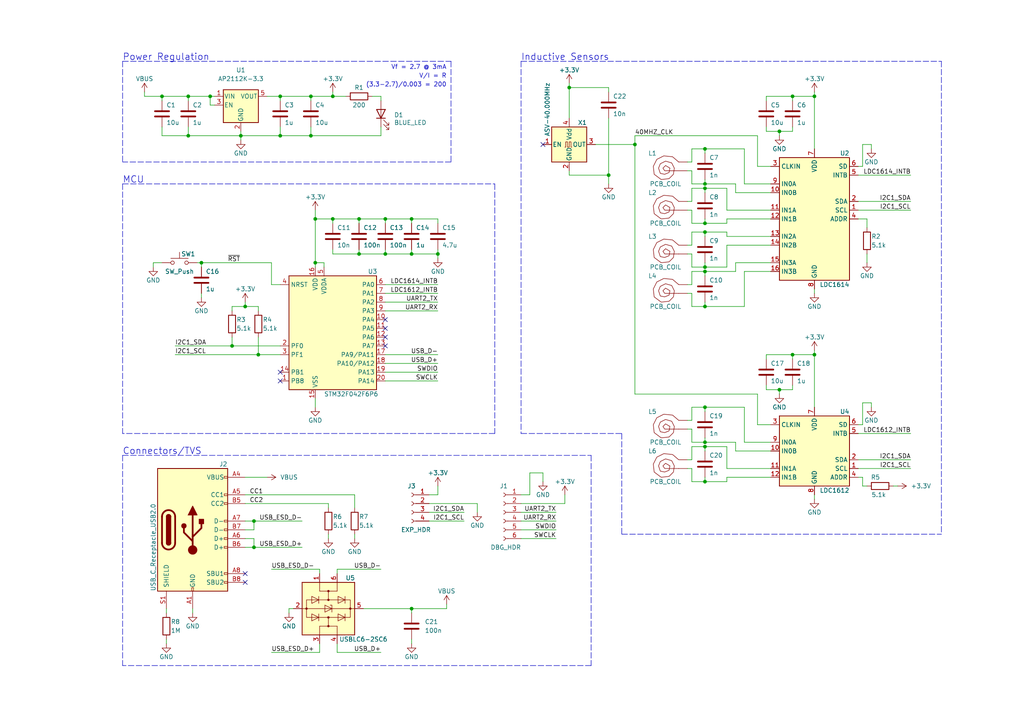
<source format=kicad_sch>
(kicad_sch (version 20211123) (generator eeschema)
  (paper "A4")
  (title_block (title "Open Source 3D Mouse") (date "2022-10-22") (rev "0") (company "Colton Baldridge"))
  (lib_symbols
    (symbol "Coil_Library:PCB_COIL" (pin_numbers hide) (pin_names hide)
      (property "Reference" "L" (at 0 5.08 0))
      (property "Value" "PCB_COIL" (at 0 -6.35 0))
      (symbol "PCB_COIL_1_1"
        (pin input line (at 5.08 1.27 180) (length 2.54) (name "") (number "1"))
        (pin input line (at 5.08 -1.27 180) (length 2.54) (name "") (number "2"))
      )
    )
    (symbol "Connector:Conn_01x04_Female" (pin_names (offset 1.016) hide)
      (property "Reference" "J" (at 0 5.08 0))
      (property "Value" "Conn_01x04_Female" (at 0 -7.62 0))
      (symbol "Conn_01x04_Female_1_1"
        (pin passive line (at -5.08 2.54 0) (length 3.81) (name "Pin_1") (number "1"))
        (pin passive line (at -5.08 0 0) (length 3.81) (name "Pin_2") (number "2"))
        (pin passive line (at -5.08 -2.54 0) (length 3.81) (name "Pin_3") (number "3"))
        (pin passive line (at -5.08 -5.08 0) (length 3.81) (name "Pin_4") (number "4"))
      )
    )
    (symbol "Connector:Conn_01x06_Female" (pin_names (offset 1.016) hide)
      (property "Reference" "J" (at 0 7.62 0))
      (property "Value" "Conn_01x06_Female" (at 0 -10.16 0))
      (symbol "Conn_01x06_Female_1_1"
        (pin passive line (at -5.08 5.08 0) (length 3.81) (name "Pin_1") (number "1"))
        (pin passive line (at -5.08 2.54 0) (length 3.81) (name "Pin_2") (number "2"))
        (pin passive line (at -5.08 0 0) (length 3.81) (name "Pin_3") (number "3"))
        (pin passive line (at -5.08 -2.54 0) (length 3.81) (name "Pin_4") (number "4"))
        (pin passive line (at -5.08 -5.08 0) (length 3.81) (name "Pin_5") (number "5"))
        (pin passive line (at -5.08 -7.62 0) (length 3.81) (name "Pin_6") (number "6"))
      )
    )
    (symbol "Connector:USB_C_Receptacle_USB2.0" (pin_names (offset 1.016))
      (property "Reference" "J" (at -10.16 19.05 0))
      (property "Value" "USB_C_Receptacle_USB2.0" (at 19.05 19.05 0))
      (symbol "USB_C_Receptacle_USB2.0_1_1"
        (pin passive line (at 0 -22.86 90) (length 5.08) (name "GND") (number "A1"))
        (pin passive line (at 0 -22.86 90) (length 5.08) hide (name "GND") (number "A12"))
        (pin passive line (at 15.24 15.24 180) (length 5.08) (name "VBUS") (number "A4"))
        (pin bidirectional line (at 15.24 10.16 180) (length 5.08) (name "CC1") (number "A5"))
        (pin bidirectional line (at 15.24 -2.54 180) (length 5.08) (name "D+") (number "A6"))
        (pin bidirectional line (at 15.24 2.54 180) (length 5.08) (name "D-") (number "A7"))
        (pin bidirectional line (at 15.24 -12.7 180) (length 5.08) (name "SBU1") (number "A8"))
        (pin passive line (at 15.24 15.24 180) (length 5.08) hide (name "VBUS") (number "A9"))
        (pin passive line (at 0 -22.86 90) (length 5.08) hide (name "GND") (number "B1"))
        (pin passive line (at 0 -22.86 90) (length 5.08) hide (name "GND") (number "B12"))
        (pin passive line (at 15.24 15.24 180) (length 5.08) hide (name "VBUS") (number "B4"))
        (pin bidirectional line (at 15.24 7.62 180) (length 5.08) (name "CC2") (number "B5"))
        (pin bidirectional line (at 15.24 -5.08 180) (length 5.08) (name "D+") (number "B6"))
        (pin bidirectional line (at 15.24 0 180) (length 5.08) (name "D-") (number "B7"))
        (pin bidirectional line (at 15.24 -15.24 180) (length 5.08) (name "SBU2") (number "B8"))
        (pin passive line (at 15.24 15.24 180) (length 5.08) hide (name "VBUS") (number "B9"))
        (pin passive line (at -7.62 -22.86 90) (length 5.08) (name "SHIELD") (number "S1"))
      )
    )
    (symbol "Device:C" (pin_numbers hide) (pin_names (offset 0.254))
      (property "Reference" "C" (at 0.635 2.54 0))
      (property "Value" "C" (at 0.635 -2.54 0))
      (symbol "C_1_1"
        (pin passive line (at 0 3.81 270) (length 2.794) (name "~") (number "1"))
        (pin passive line (at 0 -3.81 90) (length 2.794) (name "~") (number "2"))
      )
    )
    (symbol "Device:LED" (pin_numbers hide) (pin_names (offset 1.016) hide)
      (property "Reference" "D" (at 0 2.54 0))
      (property "Value" "LED" (at 0 -2.54 0))
      (symbol "LED_1_1"
        (pin passive line (at -3.81 0 0) (length 2.54) (name "K") (number "1"))
        (pin passive line (at 3.81 0 180) (length 2.54) (name "A") (number "2"))
      )
    )
    (symbol "Device:R" (pin_numbers hide) (pin_names (offset 0))
      (property "Reference" "R" (at 2.032 0 90))
      (property "Value" "R" (at 0 0 90))
      (symbol "R_1_1"
        (pin passive line (at 0 3.81 270) (length 1.27) (name "~") (number "1"))
        (pin passive line (at 0 -3.81 90) (length 1.27) (name "~") (number "2"))
      )
    )
    (symbol "MCU_ST_STM32F0:STM32F042F6Px"
      (property "Reference" "U" (at -12.7 16.51 0))
      (property "Value" "STM32F042F6Px" (at 0 16.51 0))
      (symbol "STM32F042F6Px_1_1"
        (pin bidirectional line (at -15.24 -15.24 0) (length 2.54) (name "PB8") (number "1"))
        (pin bidirectional line (at 15.24 2.54 180) (length 2.54) (name "PA4") (number "10"))
        (pin bidirectional line (at 15.24 0 180) (length 2.54) (name "PA5") (number "11"))
        (pin bidirectional line (at 15.24 -2.54 180) (length 2.54) (name "PA6") (number "12"))
        (pin bidirectional line (at 15.24 -5.08 180) (length 2.54) (name "PA7") (number "13"))
        (pin bidirectional line (at -15.24 -12.7 0) (length 2.54) (name "PB1") (number "14"))
        (pin power_in line (at -5.08 -20.32 90) (length 2.54) (name "VSS") (number "15"))
        (pin power_in line (at -5.08 17.78 270) (length 2.54) (name "VDD") (number "16"))
        (pin bidirectional line (at 15.24 -7.62 180) (length 2.54) (name "PA9/PA11") (number "17"))
        (pin bidirectional line (at 15.24 -10.16 180) (length 2.54) (name "PA10/PA12") (number "18"))
        (pin bidirectional line (at 15.24 -12.7 180) (length 2.54) (name "PA13") (number "19"))
        (pin input line (at -15.24 -5.08 0) (length 2.54) (name "PF0") (number "2"))
        (pin bidirectional line (at 15.24 -15.24 180) (length 2.54) (name "PA14") (number "20"))
        (pin input line (at -15.24 -7.62 0) (length 2.54) (name "PF1") (number "3"))
        (pin input line (at -15.24 12.7 0) (length 2.54) (name "NRST") (number "4"))
        (pin power_in line (at -2.54 17.78 270) (length 2.54) (name "VDDA") (number "5"))
        (pin bidirectional line (at 15.24 12.7 180) (length 2.54) (name "PA0") (number "6"))
        (pin bidirectional line (at 15.24 10.16 180) (length 2.54) (name "PA1") (number "7"))
        (pin bidirectional line (at 15.24 7.62 180) (length 2.54) (name "PA2") (number "8"))
        (pin bidirectional line (at 15.24 5.08 180) (length 2.54) (name "PA3") (number "9"))
      )
    )
    (symbol "Oscillator:ASV-xxxMHz" (pin_names (offset 0.254))
      (property "Reference" "X" (at -5.08 6.35 0))
      (property "Value" "ASV-xxxMHz" (at 1.27 -6.35 0))
      (symbol "ASV-xxxMHz_1_1"
        (pin input line (at -7.62 0 0) (length 2.54) (name "EN") (number "1"))
        (pin power_in line (at 0 -7.62 90) (length 2.54) (name "GND") (number "2"))
        (pin output line (at 7.62 0 180) (length 2.54) (name "OUT") (number "3"))
        (pin power_in line (at 0 7.62 270) (length 2.54) (name "Vdd") (number "4"))
      )
    )
    (symbol "PCB_COIL_1" (pin_numbers hide) (pin_names hide)
      (property "Reference" "L" (at 0 5.08 0))
      (property "Value" "PCB_COIL_1" (at 0 -6.35 0))
      (symbol "PCB_COIL_1_1_1"
        (pin input line (at 5.08 1.27 180) (length 2.54) (name "") (number "1"))
        (pin input line (at 5.08 -1.27 180) (length 2.54) (name "") (number "2"))
      )
    )
    (symbol "PCB_COIL_2" (pin_numbers hide) (pin_names hide)
      (property "Reference" "L" (at 0 5.08 0))
      (property "Value" "PCB_COIL_2" (at 0 -6.35 0))
      (symbol "PCB_COIL_2_1_1"
        (pin input line (at 5.08 1.27 180) (length 2.54) (name "") (number "1"))
        (pin input line (at 5.08 -1.27 180) (length 2.54) (name "") (number "2"))
      )
    )
    (symbol "PCB_COIL_3" (pin_numbers hide) (pin_names hide)
      (property "Reference" "L" (at 0 5.08 0))
      (property "Value" "PCB_COIL_3" (at 0 -6.35 0))
      (symbol "PCB_COIL_3_1_1"
        (pin input line (at 5.08 1.27 180) (length 2.54) (name "") (number "1"))
        (pin input line (at 5.08 -1.27 180) (length 2.54) (name "") (number "2"))
      )
    )
    (symbol "PCB_COIL_4" (pin_numbers hide) (pin_names hide)
      (property "Reference" "L" (at 0 5.08 0))
      (property "Value" "PCB_COIL_4" (at 0 -6.35 0))
      (symbol "PCB_COIL_4_1_1"
        (pin input line (at 5.08 1.27 180) (length 2.54) (name "") (number "1"))
        (pin input line (at 5.08 -1.27 180) (length 2.54) (name "") (number "2"))
      )
    )
    (symbol "PCB_COIL_5" (pin_numbers hide) (pin_names hide)
      (property "Reference" "L" (at 0 5.08 0))
      (property "Value" "PCB_COIL_5" (at 0 -6.35 0))
      (symbol "PCB_COIL_5_1_1"
        (pin input line (at 5.08 1.27 180) (length 2.54) (name "") (number "1"))
        (pin input line (at 5.08 -1.27 180) (length 2.54) (name "") (number "2"))
      )
    )
    (symbol "Power_Protection:USBLC6-2SC6" (pin_names hide)
      (property "Reference" "U" (at 2.54 8.89 0))
      (property "Value" "USBLC6-2SC6" (at 2.54 -8.89 0))
      (symbol "USBLC6-2SC6_1_1"
        (pin passive line (at -10.16 -2.54 0) (length 2.54) (name "I/O1") (number "1"))
        (pin passive line (at 0 -10.16 90) (length 2.54) (name "GND") (number "2"))
        (pin passive line (at 10.16 -2.54 180) (length 2.54) (name "I/O2") (number "3"))
        (pin passive line (at 10.16 2.54 180) (length 2.54) (name "I/O2") (number "4"))
        (pin passive line (at 0 10.16 270) (length 2.54) (name "VBUS") (number "5"))
        (pin passive line (at -10.16 2.54 0) (length 2.54) (name "I/O1") (number "6"))
      )
    )
    (symbol "Regulator_Linear:AP2112K-3.3" (pin_names (offset 0.254))
      (property "Reference" "U" (at -5.08 5.715 0))
      (property "Value" "AP2112K-3.3" (at 0 5.715 0))
      (symbol "AP2112K-3.3_1_1"
        (pin power_in line (at -7.62 2.54 0) (length 2.54) (name "VIN") (number "1"))
        (pin power_in line (at 0 -7.62 90) (length 2.54) (name "GND") (number "2"))
        (pin input line (at -7.62 0 0) (length 2.54) (name "EN") (number "3"))
        (pin no_connect line (at 5.08 0 180) (length 2.54) hide (name "NC") (number "4"))
        (pin power_out line (at 7.62 2.54 180) (length 2.54) (name "VOUT") (number "5"))
      )
    )
    (symbol "Sensor_Proximity:LDC1612"
      (property "Reference" "U" (at -8.89 11.43 0))
      (property "Value" "LDC1612" (at 6.35 11.43 0))
      (symbol "LDC1612_1_1"
        (pin input line (at 12.7 -5.08 180) (length 2.54) (name "SCL") (number "1"))
        (pin input line (at -12.7 0 0) (length 2.54) (name "IN0B") (number "10"))
        (pin input line (at -12.7 -5.08 0) (length 2.54) (name "IN1A") (number "11"))
        (pin input line (at -12.7 -7.62 0) (length 2.54) (name "IN1B") (number "12"))
        (pin passive line (at 0 -12.7 90) (length 2.54) hide (name "GND") (number "13"))
        (pin bidirectional line (at 12.7 -2.54 180) (length 2.54) (name "SDA") (number "2"))
        (pin input line (at -12.7 7.62 0) (length 2.54) (name "CLKIN") (number "3"))
        (pin input line (at 12.7 -7.62 180) (length 2.54) (name "ADDR") (number "4"))
        (pin open_collector line (at 12.7 5.08 180) (length 2.54) (name "INTB") (number "5"))
        (pin input line (at 12.7 7.62 180) (length 2.54) (name "SD") (number "6"))
        (pin power_in line (at 0 12.7 270) (length 2.54) (name "VDD") (number "7"))
        (pin power_in line (at 0 -12.7 90) (length 2.54) (name "GND") (number "8"))
        (pin input line (at -12.7 2.54 0) (length 2.54) (name "IN0A") (number "9"))
      )
    )
    (symbol "Sensor_Proximity:LDC1614"
      (property "Reference" "U" (at -8.89 19.05 0))
      (property "Value" "LDC1614" (at 6.35 19.05 0))
      (symbol "LDC1614_1_1"
        (pin input line (at 12.7 2.54 180) (length 2.54) (name "SCL") (number "1"))
        (pin input line (at -12.7 7.62 0) (length 2.54) (name "IN0B") (number "10"))
        (pin input line (at -12.7 2.54 0) (length 2.54) (name "IN1A") (number "11"))
        (pin input line (at -12.7 0 0) (length 2.54) (name "IN1B") (number "12"))
        (pin input line (at -12.7 -5.08 0) (length 2.54) (name "IN2A") (number "13"))
        (pin input line (at -12.7 -7.62 0) (length 2.54) (name "IN2B") (number "14"))
        (pin input line (at -12.7 -12.7 0) (length 2.54) (name "IN3A") (number "15"))
        (pin input line (at -12.7 -15.24 0) (length 2.54) (name "IN3B") (number "16"))
        (pin passive line (at 0 -20.32 90) (length 2.54) hide (name "GND") (number "17"))
        (pin bidirectional line (at 12.7 5.08 180) (length 2.54) (name "SDA") (number "2"))
        (pin input line (at -12.7 15.24 0) (length 2.54) (name "CLKIN") (number "3"))
        (pin input line (at 12.7 0 180) (length 2.54) (name "ADDR") (number "4"))
        (pin open_collector line (at 12.7 12.7 180) (length 2.54) (name "INTB") (number "5"))
        (pin input line (at 12.7 15.24 180) (length 2.54) (name "SD") (number "6"))
        (pin power_in line (at 0 20.32 270) (length 2.54) (name "VDD") (number "7"))
        (pin power_in line (at 0 -20.32 90) (length 2.54) (name "GND") (number "8"))
        (pin input line (at -12.7 10.16 0) (length 2.54) (name "IN0A") (number "9"))
      )
    )
    (symbol "Switch:SW_Push" (pin_numbers hide) (pin_names (offset 1.016) hide)
      (property "Reference" "SW" (at 1.27 2.54 0))
      (property "Value" "SW_Push" (at 0 -1.524 0))
      (symbol "SW_Push_0_1"
        (pin passive line (at -5.08 0 0) (length 2.54) (name "1") (number "1"))
        (pin passive line (at 5.08 0 180) (length 2.54) (name "2") (number "2"))
      )
    )
    (symbol "power:+3.3V" (power) (pin_names (offset 0))
      (property "Value" "+3.3V" (at 0 3.556 0))
      (symbol "+3.3V_1_1"
        (pin power_in line (at 0 0 90) (length 0) hide (name "+3.3V") (number "1"))
      )
    )
    (symbol "power:GND" (power) (pin_names (offset 0))
      (property "Value" "GND" (at 0 -3.81 0))
      (symbol "GND_1_1"
        (pin power_in line (at 0 0 270) (length 0) hide (name "GND") (number "1"))
      )
    )
    (symbol "power:VBUS" (power) (pin_names (offset 0))
      (property "Value" "VBUS" (at 0 3.81 0))
      (symbol "VBUS_1_1"
        (pin power_in line (at 0 0 90) (length 0) hide (name "VBUS") (number "1"))
      )
    )
  )
  (junction (at 96.52 63.5))
  (junction (at 91.44 76.2))
  (junction (at 73.66 158.75))
  (junction (at 204.47 88.9))
  (junction (at 165.1 25.4))
  (junction (at 69.85 39.37))
  (junction (at 90.17 39.37))
  (junction (at 119.38 176.53))
  (junction (at 111.76 73.66))
  (junction (at 96.52 27.94))
  (junction (at 81.28 39.37))
  (junction (at 104.14 63.5))
  (junction (at 67.31 100.33))
  (junction (at 204.47 118.11))
  (junction (at 60.96 27.94))
  (junction (at 127 73.66))
  (junction (at 46.99 27.94))
  (junction (at 91.44 63.5))
  (junction (at 176.53 50.8))
  (junction (at 54.61 27.94))
  (junction (at 111.76 63.5))
  (junction (at 71.12 88.9))
  (junction (at 73.66 151.13))
  (junction (at 74.93 102.87))
  (junction (at 104.14 73.66))
  (junction (at 204.47 67.31))
  (junction (at 229.87 27.94))
  (junction (at 204.47 78.74))
  (junction (at 184.15 41.91))
  (junction (at 119.38 63.5))
  (junction (at 204.47 54.61))
  (junction (at 204.47 129.54))
  (junction (at 81.28 27.94))
  (junction (at 229.87 102.87))
  (junction (at 204.47 77.47))
  (junction (at 204.47 53.34))
  (junction (at 204.47 128.27))
  (junction (at 236.22 27.94))
  (junction (at 204.47 139.7))
  (junction (at 204.47 64.77))
  (junction (at 236.22 102.87))
  (junction (at 54.61 39.37))
  (junction (at 226.06 38.1))
  (junction (at 226.06 113.03))
  (junction (at 119.38 73.66))
  (junction (at 204.47 43.18))
  (junction (at 58.42 76.2))
  (junction (at 90.17 27.94))
  (no_connect (at 111.76 92.71))
  (no_connect (at 111.76 95.25))
  (no_connect (at 111.76 97.79))
  (no_connect (at 111.76 100.33))
  (no_connect (at 81.28 107.95))
  (no_connect (at 81.28 110.49))
  (no_connect (at 71.12 168.91))
  (no_connect (at 71.12 166.37))
  (no_connect (at 157.48 41.91))
  (wire (pts (xy 248.92 125.73) (xy 264.16 125.73)))
  (polyline (pts (xy 143.51 53.34) (xy 143.51 125.73)))
  (wire (pts (xy 222.25 27.94) (xy 229.87 27.94)))
  (wire (pts (xy 71.12 151.13) (xy 73.66 151.13)))
  (wire (pts (xy 96.52 26.67) (xy 96.52 27.94)))
  (wire (pts (xy 210.82 139.7) (xy 210.82 138.43)))
  (wire (pts (xy 219.71 39.37) (xy 219.71 48.26)))
  (wire (pts (xy 55.88 177.8) (xy 55.88 176.53)))
  (wire (pts (xy 215.9 88.9) (xy 215.9 78.74)))
  (wire (pts (xy 248.92 60.96) (xy 264.16 60.96)))
  (wire (pts (xy 236.22 83.82) (xy 236.22 85.09)))
  (wire (pts (xy 219.71 123.19) (xy 219.71 114.3)))
  (wire (pts (xy 219.71 114.3) (xy 184.15 114.3)))
  (wire (pts (xy 252.73 116.84) (xy 252.73 118.11)))
  (wire (pts (xy 204.47 52.07) (xy 204.47 53.34)))
  (wire (pts (xy 213.36 78.74) (xy 213.36 76.2)))
  (wire (pts (xy 200.66 129.54) (xy 200.66 133.35)))
  (wire (pts (xy 71.12 87.63) (xy 71.12 88.9)))
  (wire (pts (xy 200.66 78.74) (xy 204.47 78.74)))
  (wire (pts (xy 97.79 166.37) (xy 97.79 165.1)))
  (wire (pts (xy 199.39 60.96) (xy 200.66 60.96)))
  (wire (pts (xy 71.12 138.43) (xy 77.47 138.43)))
  (wire (pts (xy 165.1 25.4) (xy 176.53 25.4)))
  (wire (pts (xy 163.83 143.51) (xy 163.83 146.05)))
  (wire (pts (xy 91.44 60.96) (xy 91.44 63.5)))
  (wire (pts (xy 222.25 29.21) (xy 222.25 27.94)))
  (wire (pts (xy 111.76 73.66) (xy 111.76 72.39)))
  (wire (pts (xy 248.92 50.8) (xy 264.16 50.8)))
  (polyline (pts (xy 130.81 17.78) (xy 130.81 46.99)))
  (wire (pts (xy 248.92 123.19) (xy 250.19 123.19)))
  (polyline (pts (xy 171.45 193.04) (xy 35.56 193.04)))
  (wire (pts (xy 222.25 104.14) (xy 222.25 102.87)))
  (wire (pts (xy 58.42 77.47) (xy 58.42 76.2)))
  (wire (pts (xy 71.12 146.05) (xy 95.25 146.05)))
  (wire (pts (xy 210.82 71.12) (xy 210.82 77.47)))
  (wire (pts (xy 151.13 156.21) (xy 161.29 156.21)))
  (wire (pts (xy 83.82 176.53) (xy 83.82 177.8)))
  (wire (pts (xy 90.17 36.83) (xy 90.17 39.37)))
  (wire (pts (xy 62.23 30.48) (xy 60.96 30.48)))
  (wire (pts (xy 58.42 76.2) (xy 78.74 76.2)))
  (wire (pts (xy 96.52 27.94) (xy 100.33 27.94)))
  (wire (pts (xy 200.66 77.47) (xy 204.47 77.47)))
  (wire (pts (xy 199.39 82.55) (xy 200.66 82.55)))
  (wire (pts (xy 119.38 73.66) (xy 127 73.66)))
  (wire (pts (xy 153.67 137.16) (xy 157.48 137.16)))
  (wire (pts (xy 85.09 176.53) (xy 83.82 176.53)))
  (wire (pts (xy 229.87 29.21) (xy 229.87 27.94)))
  (wire (pts (xy 199.39 133.35) (xy 200.66 133.35)))
  (wire (pts (xy 46.99 76.2) (xy 44.45 76.2)))
  (wire (pts (xy 48.26 185.42) (xy 48.26 186.69)))
  (wire (pts (xy 46.99 29.21) (xy 46.99 27.94)))
  (wire (pts (xy 127 73.66) (xy 127 72.39)))
  (wire (pts (xy 78.74 165.1) (xy 92.71 165.1)))
  (wire (pts (xy 199.39 85.09) (xy 200.66 85.09)))
  (wire (pts (xy 236.22 26.67) (xy 236.22 27.94)))
  (wire (pts (xy 111.76 85.09) (xy 127 85.09)))
  (wire (pts (xy 251.46 63.5) (xy 251.46 66.04)))
  (wire (pts (xy 200.66 73.66) (xy 200.66 77.47)))
  (wire (pts (xy 251.46 73.66) (xy 251.46 76.2)))
  (wire (pts (xy 60.96 27.94) (xy 60.96 30.48)))
  (wire (pts (xy 229.87 102.87) (xy 236.22 102.87)))
  (wire (pts (xy 74.93 88.9) (xy 74.93 90.17)))
  (wire (pts (xy 124.46 151.13) (xy 134.62 151.13)))
  (wire (pts (xy 199.39 124.46) (xy 200.66 124.46)))
  (wire (pts (xy 96.52 64.77) (xy 96.52 63.5)))
  (wire (pts (xy 250.19 48.26) (xy 250.19 41.91)))
  (wire (pts (xy 229.87 104.14) (xy 229.87 102.87)))
  (wire (pts (xy 184.15 41.91) (xy 184.15 39.37)))
  (wire (pts (xy 200.66 85.09) (xy 200.66 88.9)))
  (wire (pts (xy 200.66 128.27) (xy 204.47 128.27)))
  (wire (pts (xy 200.66 43.18) (xy 204.47 43.18)))
  (wire (pts (xy 41.91 27.94) (xy 46.99 27.94)))
  (wire (pts (xy 199.39 135.89) (xy 200.66 135.89)))
  (polyline (pts (xy 180.34 125.73) (xy 180.34 154.94)))
  (wire (pts (xy 111.76 87.63) (xy 127 87.63)))
  (wire (pts (xy 127 143.51) (xy 127 140.97)))
  (wire (pts (xy 104.14 73.66) (xy 111.76 73.66)))
  (wire (pts (xy 96.52 27.94) (xy 90.17 27.94)))
  (wire (pts (xy 119.38 73.66) (xy 119.38 72.39)))
  (wire (pts (xy 210.82 68.58) (xy 223.52 68.58)))
  (wire (pts (xy 90.17 27.94) (xy 81.28 27.94)))
  (wire (pts (xy 46.99 36.83) (xy 46.99 39.37)))
  (wire (pts (xy 110.49 36.83) (xy 110.49 39.37)))
  (wire (pts (xy 165.1 49.53) (xy 165.1 50.8)))
  (wire (pts (xy 151.13 151.13) (xy 161.29 151.13)))
  (wire (pts (xy 252.73 41.91) (xy 252.73 43.18)))
  (wire (pts (xy 151.13 143.51) (xy 153.67 143.51)))
  (wire (pts (xy 92.71 186.69) (xy 92.71 189.23)))
  (wire (pts (xy 250.19 123.19) (xy 250.19 116.84)))
  (wire (pts (xy 200.66 118.11) (xy 200.66 121.92)))
  (wire (pts (xy 248.92 58.42) (xy 264.16 58.42)))
  (wire (pts (xy 219.71 48.26) (xy 223.52 48.26)))
  (wire (pts (xy 223.52 53.34) (xy 215.9 53.34)))
  (wire (pts (xy 248.92 138.43) (xy 250.19 138.43)))
  (wire (pts (xy 176.53 34.29) (xy 176.53 50.8)))
  (wire (pts (xy 210.82 60.96) (xy 223.52 60.96)))
  (wire (pts (xy 69.85 38.1) (xy 69.85 39.37)))
  (wire (pts (xy 199.39 71.12) (xy 200.66 71.12)))
  (wire (pts (xy 119.38 63.5) (xy 127 63.5)))
  (wire (pts (xy 104.14 72.39) (xy 104.14 73.66)))
  (wire (pts (xy 213.36 128.27) (xy 213.36 130.81)))
  (wire (pts (xy 104.14 63.5) (xy 104.14 64.77)))
  (wire (pts (xy 97.79 186.69) (xy 97.79 189.23)))
  (wire (pts (xy 213.36 53.34) (xy 213.36 55.88)))
  (wire (pts (xy 215.9 78.74) (xy 223.52 78.74)))
  (wire (pts (xy 54.61 39.37) (xy 69.85 39.37)))
  (wire (pts (xy 200.66 46.99) (xy 199.39 46.99)))
  (wire (pts (xy 215.9 43.18) (xy 204.47 43.18)))
  (wire (pts (xy 204.47 63.5) (xy 204.47 64.77)))
  (wire (pts (xy 105.41 176.53) (xy 119.38 176.53)))
  (wire (pts (xy 204.47 129.54) (xy 204.47 130.81)))
  (wire (pts (xy 184.15 39.37) (xy 219.71 39.37)))
  (wire (pts (xy 200.66 54.61) (xy 204.47 54.61)))
  (wire (pts (xy 69.85 39.37) (xy 69.85 40.64)))
  (wire (pts (xy 204.47 54.61) (xy 210.82 54.61)))
  (polyline (pts (xy 35.56 53.34) (xy 35.56 125.73)))
  (wire (pts (xy 165.1 24.13) (xy 165.1 25.4)))
  (wire (pts (xy 57.15 76.2) (xy 58.42 76.2)))
  (wire (pts (xy 73.66 158.75) (xy 87.63 158.75)))
  (wire (pts (xy 215.9 53.34) (xy 215.9 43.18)))
  (wire (pts (xy 204.47 64.77) (xy 210.82 64.77)))
  (wire (pts (xy 73.66 158.75) (xy 73.66 156.21)))
  (wire (pts (xy 54.61 36.83) (xy 54.61 39.37)))
  (wire (pts (xy 54.61 27.94) (xy 60.96 27.94)))
  (wire (pts (xy 200.66 58.42) (xy 200.66 54.61)))
  (wire (pts (xy 229.87 113.03) (xy 229.87 111.76)))
  (wire (pts (xy 204.47 129.54) (xy 210.82 129.54)))
  (wire (pts (xy 102.87 154.94) (xy 102.87 156.21)))
  (wire (pts (xy 90.17 39.37) (xy 81.28 39.37)))
  (wire (pts (xy 107.95 27.94) (xy 110.49 27.94)))
  (wire (pts (xy 74.93 102.87) (xy 81.28 102.87)))
  (polyline (pts (xy 151.13 17.78) (xy 273.05 17.78)))
  (wire (pts (xy 213.36 55.88) (xy 223.52 55.88)))
  (wire (pts (xy 204.47 67.31) (xy 204.47 68.58)))
  (polyline (pts (xy 151.13 17.78) (xy 151.13 125.73)))
  (wire (pts (xy 71.12 158.75) (xy 73.66 158.75)))
  (wire (pts (xy 222.25 38.1) (xy 226.06 38.1)))
  (wire (pts (xy 210.82 64.77) (xy 210.82 63.5)))
  (wire (pts (xy 127 73.66) (xy 127 74.93)))
  (wire (pts (xy 248.92 48.26) (xy 250.19 48.26)))
  (polyline (pts (xy 35.56 53.34) (xy 143.51 53.34)))
  (wire (pts (xy 199.39 73.66) (xy 200.66 73.66)))
  (wire (pts (xy 48.26 176.53) (xy 48.26 177.8)))
  (wire (pts (xy 200.66 78.74) (xy 200.66 82.55)))
  (wire (pts (xy 222.25 36.83) (xy 222.25 38.1)))
  (wire (pts (xy 204.47 88.9) (xy 215.9 88.9)))
  (wire (pts (xy 199.39 58.42) (xy 200.66 58.42)))
  (wire (pts (xy 200.66 124.46) (xy 200.66 128.27)))
  (wire (pts (xy 46.99 27.94) (xy 54.61 27.94)))
  (wire (pts (xy 60.96 27.94) (xy 62.23 27.94)))
  (wire (pts (xy 67.31 88.9) (xy 71.12 88.9)))
  (wire (pts (xy 250.19 41.91) (xy 252.73 41.91)))
  (wire (pts (xy 204.47 128.27) (xy 213.36 128.27)))
  (wire (pts (xy 95.25 146.05) (xy 95.25 147.32)))
  (wire (pts (xy 90.17 29.21) (xy 90.17 27.94)))
  (wire (pts (xy 111.76 105.41) (xy 127 105.41)))
  (wire (pts (xy 226.06 113.03) (xy 226.06 114.3)))
  (wire (pts (xy 200.66 67.31) (xy 200.66 71.12)))
  (wire (pts (xy 222.25 113.03) (xy 226.06 113.03)))
  (wire (pts (xy 250.19 138.43) (xy 250.19 140.97)))
  (wire (pts (xy 93.98 76.2) (xy 93.98 77.47)))
  (wire (pts (xy 204.47 53.34) (xy 213.36 53.34)))
  (wire (pts (xy 165.1 50.8) (xy 176.53 50.8)))
  (wire (pts (xy 222.25 102.87) (xy 229.87 102.87)))
  (wire (pts (xy 204.47 77.47) (xy 210.82 77.47)))
  (wire (pts (xy 119.38 186.69) (xy 119.38 185.42)))
  (wire (pts (xy 229.87 38.1) (xy 229.87 36.83)))
  (polyline (pts (xy 143.51 125.73) (xy 35.56 125.73)))
  (wire (pts (xy 204.47 138.43) (xy 204.47 139.7)))
  (wire (pts (xy 236.22 101.6) (xy 236.22 102.87)))
  (wire (pts (xy 41.91 26.67) (xy 41.91 27.94)))
  (wire (pts (xy 172.72 41.91) (xy 184.15 41.91)))
  (wire (pts (xy 81.28 27.94) (xy 81.28 29.21)))
  (wire (pts (xy 96.52 72.39) (xy 96.52 73.66)))
  (wire (pts (xy 96.52 73.66) (xy 104.14 73.66)))
  (wire (pts (xy 111.76 110.49) (xy 127 110.49)))
  (wire (pts (xy 248.92 135.89) (xy 264.16 135.89)))
  (wire (pts (xy 210.82 67.31) (xy 210.82 68.58)))
  (wire (pts (xy 165.1 25.4) (xy 165.1 34.29)))
  (wire (pts (xy 97.79 189.23) (xy 110.49 189.23)))
  (wire (pts (xy 111.76 107.95) (xy 127 107.95)))
  (wire (pts (xy 111.76 102.87) (xy 127 102.87)))
  (wire (pts (xy 250.19 140.97) (xy 251.46 140.97)))
  (polyline (pts (xy 171.45 132.08) (xy 171.45 193.04)))
  (polyline (pts (xy 35.56 17.78) (xy 35.56 46.99)))
  (wire (pts (xy 119.38 176.53) (xy 119.38 177.8)))
  (wire (pts (xy 210.82 63.5) (xy 223.52 63.5)))
  (wire (pts (xy 226.06 113.03) (xy 229.87 113.03)))
  (wire (pts (xy 91.44 115.57) (xy 91.44 118.11)))
  (wire (pts (xy 78.74 76.2) (xy 78.74 82.55)))
  (wire (pts (xy 210.82 138.43) (xy 223.52 138.43)))
  (wire (pts (xy 200.66 67.31) (xy 204.47 67.31)))
  (wire (pts (xy 200.66 135.89) (xy 200.66 139.7)))
  (wire (pts (xy 184.15 114.3) (xy 184.15 41.91)))
  (wire (pts (xy 104.14 63.5) (xy 111.76 63.5)))
  (wire (pts (xy 210.82 54.61) (xy 210.82 60.96)))
  (wire (pts (xy 204.47 139.7) (xy 210.82 139.7)))
  (polyline (pts (xy 273.05 17.78) (xy 273.05 154.94)))
  (wire (pts (xy 78.74 189.23) (xy 92.71 189.23)))
  (polyline (pts (xy 35.56 132.08) (xy 171.45 132.08)))
  (wire (pts (xy 129.54 176.53) (xy 129.54 175.26)))
  (wire (pts (xy 236.22 143.51) (xy 236.22 144.78)))
  (wire (pts (xy 204.47 87.63) (xy 204.47 88.9)))
  (wire (pts (xy 58.42 85.09) (xy 58.42 86.36)))
  (wire (pts (xy 204.47 127) (xy 204.47 128.27)))
  (wire (pts (xy 91.44 76.2) (xy 91.44 77.47)))
  (polyline (pts (xy 35.56 132.08) (xy 35.56 193.04)))
  (wire (pts (xy 204.47 76.2) (xy 204.47 77.47)))
  (wire (pts (xy 73.66 153.67) (xy 73.66 151.13)))
  (wire (pts (xy 127 63.5) (xy 127 64.77)))
  (wire (pts (xy 200.66 53.34) (xy 204.47 53.34)))
  (wire (pts (xy 210.82 129.54) (xy 210.82 135.89)))
  (wire (pts (xy 204.47 78.74) (xy 204.47 80.01)))
  (wire (pts (xy 236.22 102.87) (xy 236.22 118.11)))
  (wire (pts (xy 67.31 100.33) (xy 81.28 100.33)))
  (wire (pts (xy 213.36 76.2) (xy 223.52 76.2)))
  (wire (pts (xy 74.93 97.79) (xy 74.93 102.87)))
  (wire (pts (xy 95.25 154.94) (xy 95.25 156.21)))
  (polyline (pts (xy 180.34 154.94) (xy 273.05 154.94)))
  (wire (pts (xy 91.44 63.5) (xy 91.44 76.2)))
  (wire (pts (xy 204.47 78.74) (xy 213.36 78.74)))
  (wire (pts (xy 204.47 118.11) (xy 204.47 119.38)))
  (wire (pts (xy 91.44 76.2) (xy 93.98 76.2)))
  (wire (pts (xy 111.76 73.66) (xy 119.38 73.66)))
  (wire (pts (xy 110.49 27.94) (xy 110.49 29.21)))
  (wire (pts (xy 210.82 71.12) (xy 223.52 71.12)))
  (wire (pts (xy 138.43 146.05) (xy 138.43 148.59)))
  (wire (pts (xy 229.87 27.94) (xy 236.22 27.94)))
  (wire (pts (xy 90.17 39.37) (xy 110.49 39.37)))
  (wire (pts (xy 199.39 121.92) (xy 200.66 121.92)))
  (wire (pts (xy 210.82 135.89) (xy 223.52 135.89)))
  (wire (pts (xy 151.13 153.67) (xy 161.29 153.67)))
  (wire (pts (xy 200.66 49.53) (xy 200.66 53.34)))
  (wire (pts (xy 124.46 143.51) (xy 127 143.51)))
  (wire (pts (xy 219.71 123.19) (xy 223.52 123.19)))
  (wire (pts (xy 119.38 63.5) (xy 119.38 64.77)))
  (wire (pts (xy 199.39 49.53) (xy 200.66 49.53)))
  (wire (pts (xy 78.74 82.55) (xy 81.28 82.55)))
  (wire (pts (xy 97.79 165.1) (xy 110.49 165.1)))
  (wire (pts (xy 259.08 140.97) (xy 260.35 140.97)))
  (wire (pts (xy 151.13 148.59) (xy 161.29 148.59)))
  (wire (pts (xy 92.71 166.37) (xy 92.71 165.1)))
  (wire (pts (xy 81.28 39.37) (xy 69.85 39.37)))
  (wire (pts (xy 119.38 176.53) (xy 129.54 176.53)))
  (wire (pts (xy 200.66 64.77) (xy 204.47 64.77)))
  (wire (pts (xy 67.31 97.79) (xy 67.31 100.33)))
  (wire (pts (xy 111.76 63.5) (xy 111.76 64.77)))
  (wire (pts (xy 73.66 151.13) (xy 87.63 151.13)))
  (wire (pts (xy 226.06 38.1) (xy 229.87 38.1)))
  (wire (pts (xy 200.66 88.9) (xy 204.47 88.9)))
  (wire (pts (xy 200.66 60.96) (xy 200.66 64.77)))
  (wire (pts (xy 204.47 118.11) (xy 200.66 118.11)))
  (wire (pts (xy 111.76 90.17) (xy 127 90.17)))
  (wire (pts (xy 248.92 63.5) (xy 251.46 63.5)))
  (wire (pts (xy 204.47 67.31) (xy 210.82 67.31)))
  (wire (pts (xy 44.45 76.2) (xy 44.45 77.47)))
  (wire (pts (xy 236.22 27.94) (xy 236.22 43.18)))
  (wire (pts (xy 204.47 54.61) (xy 204.47 55.88)))
  (wire (pts (xy 71.12 143.51) (xy 102.87 143.51)))
  (wire (pts (xy 102.87 143.51) (xy 102.87 147.32)))
  (wire (pts (xy 111.76 63.5) (xy 119.38 63.5)))
  (wire (pts (xy 215.9 128.27) (xy 215.9 118.11)))
  (wire (pts (xy 153.67 143.51) (xy 153.67 137.16)))
  (wire (pts (xy 50.8 100.33) (xy 67.31 100.33)))
  (wire (pts (xy 176.53 26.67) (xy 176.53 25.4)))
  (wire (pts (xy 81.28 36.83) (xy 81.28 39.37)))
  (polyline (pts (xy 35.56 17.78) (xy 130.81 17.78)))
  (wire (pts (xy 176.53 50.8) (xy 176.53 53.34)))
  (wire (pts (xy 71.12 88.9) (xy 74.93 88.9)))
  (wire (pts (xy 96.52 63.5) (xy 104.14 63.5)))
  (wire (pts (xy 248.92 133.35) (xy 264.16 133.35)))
  (wire (pts (xy 222.25 111.76) (xy 222.25 113.03)))
  (wire (pts (xy 215.9 118.11) (xy 204.47 118.11)))
  (wire (pts (xy 54.61 29.21) (xy 54.61 27.94)))
  (wire (pts (xy 200.66 46.99) (xy 200.66 43.18)))
  (wire (pts (xy 226.06 38.1) (xy 226.06 39.37)))
  (wire (pts (xy 213.36 130.81) (xy 223.52 130.81)))
  (wire (pts (xy 91.44 63.5) (xy 96.52 63.5)))
  (wire (pts (xy 71.12 153.67) (xy 73.66 153.67)))
  (wire (pts (xy 46.99 39.37) (xy 54.61 39.37)))
  (wire (pts (xy 151.13 146.05) (xy 163.83 146.05)))
  (wire (pts (xy 124.46 146.05) (xy 138.43 146.05)))
  (wire (pts (xy 204.47 43.18) (xy 204.47 44.45)))
  (wire (pts (xy 71.12 156.21) (xy 73.66 156.21)))
  (polyline (pts (xy 151.13 125.73) (xy 180.34 125.73)))
  (wire (pts (xy 200.66 139.7) (xy 204.47 139.7)))
  (polyline (pts (xy 130.81 46.99) (xy 35.56 46.99)))
  (wire (pts (xy 111.76 82.55) (xy 127 82.55)))
  (wire (pts (xy 223.52 128.27) (xy 215.9 128.27)))
  (wire (pts (xy 200.66 129.54) (xy 204.47 129.54)))
  (wire (pts (xy 124.46 148.59) (xy 134.62 148.59)))
  (wire (pts (xy 67.31 90.17) (xy 67.31 88.9)))
  (wire (pts (xy 250.19 116.84) (xy 252.73 116.84)))
  (wire (pts (xy 157.48 137.16) (xy 157.48 139.7)))
  (wire (pts (xy 77.47 27.94) (xy 81.28 27.94)))
  (wire (pts (xy 50.8 102.87) (xy 74.93 102.87)))
  (text "Inductive Sensors" (at 151.13 17.78 0) (effects (font (size 1.905 1.905)) (justify left bottom)))
  (text "MCU\n" (at 35.56 53.34 0) (effects (font (size 1.905 1.905)) (justify left bottom)))
  (text "Power Regulation" (at 35.56 17.78 0) (effects (font (size 1.905 1.905)) (justify left bottom)))
  (text "(3.3-2.7)/0.003 = 200" (at 129.54 25.4 180) (effects (font (size 1.27 1.27)) (justify right bottom)))
  (text "V/I = R" (at 129.54 22.86 180) (effects (font (size 1.27 1.27)) (justify right bottom)))
  (text "Connectors/TVS\n" (at 35.56 132.08 0) (effects (font (size 1.905 1.905)) (justify left bottom)))
  (text "Vf = 2.7 @ 3mA\n" (at 129.54 20.32 180) (effects (font (size 1.27 1.27)) (justify right bottom)))
  (label "I2C1_SDA" (at 264.16 133.35 180))
  (label "LDC1614_INTB" (at 264.16 50.8 180))
  (label "USB_ESD_D-" (at 87.63 151.13 180))
  (label "USB_ESD_D+" (at 87.63 158.75 180))
  (label "I2C1_SCL" (at 50.8 102.87 0))
  (label "USB_D+" (at 127 105.41 180))
  (label "USB_D+" (at 110.49 189.23 180))
  (label "SWCLK" (at 127 110.49 180))
  (label "40MHZ_CLK" (at 184.15 39.37 0))
  (label "SWCLK" (at 161.29 156.21 180))
  (label "LDC1614_INTB" (at 127 82.55 180))
  (label "I2C1_SDA" (at 134.62 148.59 180))
  (label "USB_ESD_D-" (at 78.74 165.1 0))
  (label "I2C1_SDA" (at 50.8 100.33 0))
  (label "USB_D-" (at 127 102.87 180))
  (label "I2C1_SCL" (at 264.16 135.89 180))
  (label "SWDIO" (at 161.29 153.67 180))
  (label "UART2_TX" (at 161.29 148.59 180))
  (label "USB_ESD_D+" (at 78.74 189.23 0))
  (label "I2C1_SCL" (at 134.62 151.13 180))
  (label "SWDIO" (at 127 107.95 180))
  (label "I2C1_SDA" (at 264.16 58.42 180))
  (label "UART2_RX" (at 127 90.17 180))
  (label "LDC1612_INTB" (at 264.16 125.73 180))
  (label "UART2_TX" (at 127 87.63 180))
  (label "LDC1612_INTB" (at 127 85.09 180))
  (label "CC1" (at 72.39 143.51 0))
  (label "~{RST}" (at 66.04 76.2 0))
  (label "I2C1_SCL" (at 264.16 60.96 180))
  (label "CC2" (at 72.39 146.05 0))
  (label "UART2_RX" (at 161.29 151.13 180))
  (label "USB_D-" (at 110.49 165.1 180))
  (symbol (lib_id "Device:R") (at 95.25 151.13 0) (unit 1)
    (property "Reference" "R6" (at 96.52 149.86 0) (effects (justify left)))
    (property "Value" "5.1k" (at 96.52 152.4 0) (effects (justify left)))
    (property "Footprint" "Resistor_SMD:R_0402_1005Metric" (effects hide))
  )
  (symbol (lib_id "power:GND") (at 236.22 144.78 0) (unit 1)
    (property "Reference" "#PWR019" (effects hide))
    (property "Value" "GND" (at 236.22 148.59 0))
  )
  (symbol (lib_id "Power_Protection:USBLC6-2SC6") (at 95.25 176.53 270) (unit 1)
    (property "Reference" "U5" (at 101.6 167.64 90))
    (property "Value" "USBLC6-2SC6" (at 105.41 185.42 90))
    (property "Footprint" "Package_TO_SOT_SMD:SOT-23-6" (effects hide))
    (property "Datasheet" "https://www.st.com/resource/en/datasheet/usblc6-2.pdf" (effects hide))
  )
  (symbol (lib_id "Coil_Library:PCB_COIL") (at 194.31 134.62 0) (unit 1)
    (property "Reference" "L6" (at 189.23 130.81 0))
    (property "Value" "PCB_COIL" (at 193.04 139.7 0))
    (property "Footprint" "PCB_Coil:COIL_GENERATOR_0" (effects hide))
  )
  (symbol (lib_id "Device:C") (at 54.61 33.02 0) (unit 1)
    (property "Reference" "C2" (at 55.88 30.48 0) (effects (justify left)))
    (property "Value" "1u" (at 55.88 35.56 0) (effects (justify left)))
    (property "Footprint" "Capacitor_SMD:C_0402_1005Metric" (effects hide))
  )
  (symbol (lib_id "Connector:Conn_01x06_Female") (at 146.05 148.59 0) (mirror y) (unit 1)
    (property "Reference" "J1" (at 147.32 140.97 0) (effects (justify left)))
    (property "Value" "DBG_HDR" (at 151.13 158.75 0) (effects (justify left)))
    (property "Footprint" "Connector_PinHeader_2.54mm:PinHeader_1x06_P2.54mm_Vertical" (effects hide))
  )
  (symbol (lib_id "Device:C") (at 58.42 81.28 0) (unit 1)
    (property "Reference" "C16" (at 59.69 78.74 0) (effects (justify left)))
    (property "Value" "1u" (at 59.69 83.82 0) (effects (justify left)))
    (property "Footprint" "Capacitor_SMD:C_0402_1005Metric" (effects hide))
  )
  (symbol (lib_id "Device:C") (at 229.87 33.02 0) (unit 1)
    (property "Reference" "C6" (at 231.14 30.48 0) (effects (justify left)))
    (property "Value" "1u" (at 231.14 35.56 0) (effects (justify left)))
    (property "Footprint" "Capacitor_SMD:C_0402_1005Metric" (effects hide))
  )
  (symbol (lib_id "power:+3.3V") (at 236.22 26.67 0) (unit 1)
    (property "Reference" "#PWR02" (effects hide))
    (property "Value" "+3.3V" (at 236.22 22.86 0))
  )
  (symbol (lib_id "power:GND") (at 226.06 114.3 0) (unit 1)
    (property "Reference" "#PWR014" (effects hide))
    (property "Value" "GND" (at 226.06 118.11 0))
  )
  (symbol (lib_id "Device:R") (at 67.31 93.98 0) (unit 1)
    (property "Reference" "R3" (at 68.58 92.71 0) (effects (justify left)))
    (property "Value" "5.1k" (at 68.58 95.25 0) (effects (justify left)))
    (property "Footprint" "Resistor_SMD:R_0402_1005Metric" (effects hide))
  )
  (symbol (lib_id "Device:C") (at 204.47 123.19 0) (unit 1)
    (property "Reference" "C19" (at 205.74 120.65 0) (effects (justify left)))
    (property "Value" "1n" (at 205.74 125.73 0) (effects (justify left)))
    (property "Footprint" "Capacitor_SMD:C_0402_1005Metric" (effects hide))
  )
  (symbol (lib_id "Device:R") (at 74.93 93.98 0) (unit 1)
    (property "Reference" "R4" (at 76.2 92.71 0) (effects (justify left)))
    (property "Value" "5.1k" (at 76.2 95.25 0) (effects (justify left)))
    (property "Footprint" "Resistor_SMD:R_0402_1005Metric" (effects hide))
  )
  (symbol (lib_id "power:GND") (at 176.53 53.34 0) (unit 1)
    (property "Reference" "#PWR0104" (effects hide))
    (property "Value" "GND" (at 176.53 57.15 0))
  )
  (symbol (lib_id "power:GND") (at 102.87 156.21 0) (unit 1)
    (property "Reference" "#PWR021" (effects hide))
    (property "Value" "GND" (at 102.87 160.02 0))
  )
  (symbol (lib_id "power:+3.3V") (at 71.12 87.63 0) (unit 1)
    (property "Reference" "#PWR012" (effects hide))
    (property "Value" "+3.3V" (at 71.12 83.82 0))
  )
  (symbol (lib_id "power:GND") (at 48.26 186.69 0) (unit 1)
    (property "Reference" "#PWR025" (effects hide))
    (property "Value" "GND" (at 48.26 190.5 0))
  )
  (symbol (lib_id "Device:C") (at 229.87 107.95 0) (unit 1)
    (property "Reference" "C18" (at 231.14 105.41 0) (effects (justify left)))
    (property "Value" "1u" (at 231.14 110.49 0) (effects (justify left)))
    (property "Footprint" "Capacitor_SMD:C_0402_1005Metric" (effects hide))
  )
  (symbol (lib_id "power:GND") (at 83.82 177.8 0) (unit 1)
    (property "Reference" "#PWR024" (effects hide))
    (property "Value" "GND" (at 83.82 181.61 0))
  )
  (symbol (lib_name "PCB_COIL_5") (lib_id "Coil_Library:PCB_COIL") (at 194.31 123.19 0) (unit 1)
    (property "Reference" "L5" (at 189.23 119.38 0))
    (property "Value" "PCB_COIL" (at 193.04 128.27 0))
    (property "Footprint" "PCB_Coil:COIL_GENERATOR_0" (effects hide))
  )
  (symbol (lib_id "Device:C") (at 204.47 134.62 0) (unit 1)
    (property "Reference" "C20" (at 205.74 132.08 0) (effects (justify left)))
    (property "Value" "1n" (at 205.74 137.16 0) (effects (justify left)))
    (property "Footprint" "Capacitor_SMD:C_0402_1005Metric" (effects hide))
  )
  (symbol (lib_id "Sensor_Proximity:LDC1614") (at 236.22 63.5 0) (unit 1)
    (property "Reference" "U2" (at 246.38 44.45 0) (effects (justify right)))
    (property "Value" "LDC1614" (at 246.38 82.55 0) (effects (justify right)))
    (property "Footprint" "Package_DFN_QFN:WQFN-16-1EP_4x4mm_P0.5mm_EP2.6x2.6mm_ThermalVias" (effects hide))
    (property "Datasheet" "http://www.ti.com/lit/ds/symlink/ldc1612.pdf" (effects hide))
  )
  (symbol (lib_id "power:GND") (at 251.46 76.2 0) (unit 1)
    (property "Reference" "#PWR09" (effects hide))
    (property "Value" "GND" (at 251.46 80.01 0))
  )
  (symbol (lib_id "Device:R") (at 255.27 140.97 90) (unit 1)
    (property "Reference" "R5" (at 255.27 138.43 90) (effects (justify left)))
    (property "Value" "5.1k" (at 252.73 143.51 90) (effects (justify right)))
    (property "Footprint" "Resistor_SMD:R_0402_1005Metric" (effects hide))
  )
  (symbol (lib_id "power:GND") (at 127 74.93 0) (unit 1)
    (property "Reference" "#PWR07" (effects hide))
    (property "Value" "GND" (at 127 78.74 0))
  )
  (symbol (lib_id "Device:R") (at 102.87 151.13 0) (unit 1)
    (property "Reference" "R7" (at 104.14 149.86 0) (effects (justify left)))
    (property "Value" "5.1k" (at 104.14 152.4 0) (effects (justify left)))
    (property "Footprint" "Resistor_SMD:R_0402_1005Metric" (effects hide))
  )
  (symbol (lib_id "MCU_ST_STM32F0:STM32F042F6Px") (at 96.52 95.25 0) (unit 1)
    (property "Reference" "U3" (at 106.68 78.74 0) (effects (justify left)))
    (property "Value" "STM32F042F6P6" (at 93.98 114.3 0) (effects (justify left)))
    (property "Footprint" "Package_SO:TSSOP-20_4.4x6.5mm_P0.65mm" (effects hide))
    (property "Datasheet" "http://www.st.com/st-web-ui/static/active/en/resource/technical/document/datasheet/DM00105814.pdf" (effects hide))
  )
  (symbol (lib_id "Device:C") (at 119.38 68.58 0) (unit 1)
    (property "Reference" "C14" (at 120.65 66.04 0) (effects (justify left)))
    (property "Value" "1u" (at 120.65 71.12 0) (effects (justify left)))
    (property "Footprint" "Capacitor_SMD:C_0402_1005Metric" (effects hide))
  )
  (symbol (lib_id "power:GND") (at 236.22 85.09 0) (unit 1)
    (property "Reference" "#PWR011" (effects hide))
    (property "Value" "GND" (at 236.22 88.9 0))
  )
  (symbol (lib_id "power:GND") (at 252.73 118.11 0) (mirror y) (unit 1)
    (property "Reference" "#PWR028" (effects hide))
    (property "Value" "GND" (at 252.73 121.92 0))
  )
  (symbol (lib_id "Device:C") (at 90.17 33.02 0) (unit 1)
    (property "Reference" "C4" (at 91.44 30.48 0) (effects (justify left)))
    (property "Value" "10u" (at 91.44 35.56 0) (effects (justify left)))
    (property "Footprint" "Capacitor_SMD:C_0402_1005Metric" (effects hide))
  )
  (symbol (lib_id "power:GND") (at 119.38 186.69 0) (unit 1)
    (property "Reference" "#PWR026" (effects hide))
    (property "Value" "GND" (at 119.38 190.5 0))
  )
  (symbol (lib_id "Connector:USB_C_Receptacle_USB2.0") (at 55.88 153.67 0) (unit 1)
    (property "Reference" "J2" (at 64.77 134.62 0))
    (property "Value" "USB_C_Receptacle_USB2.0" (at 44.45 158.75 90))
    (property "Footprint" "Connector_USB:USB_C_Receptacle_GCT_USB4085" (effects hide))
    (property "Datasheet" "https://www.usb.org/sites/default/files/documents/usb_type-c.zip" (effects hide))
  )
  (symbol (lib_id "power:GND") (at 95.25 156.21 0) (unit 1)
    (property "Reference" "#PWR020" (effects hide))
    (property "Value" "GND" (at 95.25 160.02 0))
  )
  (symbol (lib_id "Device:C") (at 119.38 181.61 0) (unit 1)
    (property "Reference" "C21" (at 123.19 180.3399 0) (effects (justify left)))
    (property "Value" "100n" (at 123.19 182.8799 0) (effects (justify left)))
    (property "Footprint" "Capacitor_SMD:C_0402_1005Metric" (effects hide))
  )
  (symbol (lib_name "PCB_COIL_3") (lib_id "Coil_Library:PCB_COIL") (at 194.31 59.69 0) (unit 1)
    (property "Reference" "L2" (at 189.23 55.88 0))
    (property "Value" "PCB_COIL" (at 193.04 64.77 0))
    (property "Footprint" "PCB_Coil:COIL_GENERATOR_0" (effects hide))
  )
  (symbol (lib_id "power:+3.3V") (at 165.1 24.13 0) (unit 1)
    (property "Reference" "#PWR0105" (effects hide))
    (property "Value" "+3.3V" (at 165.1 20.32 0))
  )
  (symbol (lib_id "Device:C") (at 176.53 30.48 0) (unit 1)
    (property "Reference" "C22" (at 177.8 27.94 0) (effects (justify left)))
    (property "Value" "10n" (at 177.8 33.02 0) (effects (justify left)))
    (property "Footprint" "Capacitor_SMD:C_0402_1005Metric" (effects hide))
  )
  (symbol (lib_id "Device:C") (at 204.47 59.69 0) (unit 1)
    (property "Reference" "C8" (at 205.74 57.15 0) (effects (justify left)))
    (property "Value" "1n" (at 205.74 62.23 0) (effects (justify left)))
    (property "Footprint" "Capacitor_SMD:C_0402_1005Metric" (effects hide))
  )
  (symbol (lib_id "Sensor_Proximity:LDC1612") (at 236.22 130.81 0) (unit 1)
    (property "Reference" "U4" (at 246.38 119.38 0) (effects (justify right)))
    (property "Value" "LDC1612" (at 246.38 142.24 0) (effects (justify right)))
    (property "Footprint" "Package_SON:WSON-12-1EP_4x4mm_P0.5mm_EP2.6x3mm_ThermalVias" (effects hide))
    (property "Datasheet" "http://www.ti.com/lit/ds/symlink/ldc1612.pdf" (effects hide))
  )
  (symbol (lib_id "Device:R") (at 48.26 181.61 0) (unit 1)
    (property "Reference" "R8" (at 49.53 180.34 0) (effects (justify left)))
    (property "Value" "1M" (at 49.53 182.88 0) (effects (justify left)))
    (property "Footprint" "Resistor_SMD:R_0402_1005Metric" (effects hide))
  )
  (symbol (lib_id "Connector:Conn_01x04_Female") (at 119.38 146.05 0) (mirror y) (unit 1)
    (property "Reference" "J3" (at 119.38 140.97 0))
    (property "Value" "EXP_HDR" (at 120.65 153.67 0))
    (property "Footprint" "Connector_PinSocket_2.54mm:PinSocket_2x02_P2.54mm_Horizontal" (effects hide))
  )
  (symbol (lib_id "power:VBUS") (at 41.91 26.67 0) (unit 1)
    (property "Reference" "#PWR0103" (effects hide))
    (property "Value" "VBUS" (at 41.91 22.86 0))
  )
  (symbol (lib_id "power:GND") (at 44.45 77.47 0) (unit 1)
    (property "Reference" "#PWR08" (effects hide))
    (property "Value" "GND" (at 44.45 81.28 0))
  )
  (symbol (lib_id "power:+3.3V") (at 96.52 26.67 0) (unit 1)
    (property "Reference" "#PWR01" (effects hide))
    (property "Value" "+3.3V" (at 96.52 22.86 0))
  )
  (symbol (lib_id "power:+3.3V") (at 236.22 101.6 0) (unit 1)
    (property "Reference" "#PWR013" (effects hide))
    (property "Value" "+3.3V" (at 236.22 97.79 0))
  )
  (symbol (lib_id "power:GND") (at 157.48 139.7 0) (mirror y) (unit 1)
    (property "Reference" "#PWR022" (effects hide))
    (property "Value" "GND" (at 157.48 143.51 0))
  )
  (symbol (lib_id "power:VBUS") (at 129.54 175.26 0) (unit 1)
    (property "Reference" "#PWR0102" (effects hide))
    (property "Value" "VBUS" (at 129.54 171.45 0))
  )
  (symbol (lib_id "power:VBUS") (at 77.47 138.43 270) (mirror x) (unit 1)
    (property "Reference" "#PWR0101" (effects hide))
    (property "Value" "VBUS" (at 81.28 138.43 90) (effects (justify left)))
  )
  (symbol (lib_id "Device:C") (at 81.28 33.02 0) (unit 1)
    (property "Reference" "C3" (at 82.55 30.48 0) (effects (justify left)))
    (property "Value" "1u" (at 82.55 35.56 0) (effects (justify left)))
    (property "Footprint" "Capacitor_SMD:C_0402_1005Metric" (effects hide))
  )
  (symbol (lib_id "power:GND") (at 69.85 40.64 0) (unit 1)
    (property "Reference" "#PWR03" (effects hide))
    (property "Value" "GND" (at 69.85 44.45 0))
  )
  (symbol (lib_id "Oscillator:ASV-xxxMHz") (at 165.1 41.91 0) (unit 1)
    (property "Reference" "X1" (at 168.91 35.56 0))
    (property "Value" "ASV-40.000MHz" (at 158.75 31.75 90))
    (property "Footprint" "Oscillator:Oscillator_SMD_Abracon_ASV-4Pin_7.0x5.1mm" (effects hide))
    (property "Datasheet" "http://www.abracon.com/Oscillators/ASV.pdf" (effects hide))
  )
  (symbol (lib_id "Device:C") (at 204.47 83.82 0) (unit 1)
    (property "Reference" "C10" (at 205.74 81.28 0) (effects (justify left)))
    (property "Value" "1n" (at 205.74 86.36 0) (effects (justify left)))
    (property "Footprint" "Capacitor_SMD:C_0402_1005Metric" (effects hide))
  )
  (symbol (lib_id "Device:C") (at 204.47 48.26 0) (unit 1)
    (property "Reference" "C7" (at 205.74 45.72 0) (effects (justify left)))
    (property "Value" "1n" (at 205.74 50.8 0) (effects (justify left)))
    (property "Footprint" "Capacitor_SMD:C_0402_1005Metric" (effects hide))
  )
  (symbol (lib_id "Device:C") (at 96.52 68.58 0) (unit 1)
    (property "Reference" "C11" (at 97.79 66.04 0) (effects (justify left)))
    (property "Value" "10n" (at 97.79 71.12 0) (effects (justify left)))
    (property "Footprint" "Capacitor_SMD:C_0402_1005Metric" (effects hide))
  )
  (symbol (lib_id "Regulator_Linear:AP2112K-3.3") (at 69.85 30.48 0) (unit 1)
    (property "Reference" "U1" (at 69.85 20.32 0))
    (property "Value" "AP2112K-3.3" (at 69.85 22.86 0))
    (property "Footprint" "Package_TO_SOT_SMD:SOT-23-5" (effects hide))
    (property "Datasheet" "https://www.diodes.com/assets/Datasheets/AP2112.pdf" (effects hide))
  )
  (symbol (lib_name "PCB_COIL_2") (lib_id "Coil_Library:PCB_COIL") (at 194.31 83.82 0) (unit 1)
    (property "Reference" "L4" (at 189.23 80.01 0))
    (property "Value" "PCB_COIL" (at 193.04 88.9 0))
    (property "Footprint" "PCB_Coil:COIL_GENERATOR_0" (effects hide))
  )
  (symbol (lib_id "Device:R") (at 251.46 69.85 0) (unit 1)
    (property "Reference" "R2" (at 252.73 68.58 0) (effects (justify left)))
    (property "Value" "5.1k" (at 252.73 71.12 0) (effects (justify left)))
    (property "Footprint" "Resistor_SMD:R_0402_1005Metric" (effects hide))
  )
  (symbol (lib_id "Device:C") (at 104.14 68.58 0) (unit 1)
    (property "Reference" "C12" (at 105.41 66.04 0) (effects (justify left)))
    (property "Value" "100n" (at 105.41 71.12 0) (effects (justify left)))
    (property "Footprint" "Capacitor_SMD:C_0402_1005Metric" (effects hide))
  )
  (symbol (lib_id "power:GND") (at 226.06 39.37 0) (unit 1)
    (property "Reference" "#PWR04" (effects hide))
    (property "Value" "GND" (at 226.06 43.18 0))
  )
  (symbol (lib_id "Device:C") (at 46.99 33.02 0) (unit 1)
    (property "Reference" "C1" (at 48.26 30.48 0) (effects (justify left)))
    (property "Value" "10u" (at 48.26 35.56 0) (effects (justify left)))
    (property "Footprint" "Capacitor_SMD:C_0402_1005Metric" (effects hide))
  )
  (symbol (lib_id "Device:C") (at 127 68.58 0) (unit 1)
    (property "Reference" "C15" (at 128.27 66.04 0) (effects (justify left)))
    (property "Value" "4.7u" (at 128.27 71.12 0) (effects (justify left)))
    (property "Footprint" "Capacitor_SMD:C_0402_1005Metric" (effects hide))
  )
  (symbol (lib_id "Device:C") (at 222.25 107.95 0) (unit 1)
    (property "Reference" "C17" (at 223.52 105.41 0) (effects (justify left)))
    (property "Value" "10u" (at 223.52 110.49 0) (effects (justify left)))
    (property "Footprint" "Capacitor_SMD:C_0402_1005Metric" (effects hide))
  )
  (symbol (lib_id "power:GND") (at 55.88 177.8 0) (unit 1)
    (property "Reference" "#PWR023" (effects hide))
    (property "Value" "GND" (at 55.88 181.61 0))
  )
  (symbol (lib_id "Device:C") (at 204.47 72.39 0) (unit 1)
    (property "Reference" "C9" (at 205.74 69.85 0) (effects (justify left)))
    (property "Value" "1n" (at 205.74 74.93 0) (effects (justify left)))
    (property "Footprint" "Capacitor_SMD:C_0402_1005Metric" (effects hide))
  )
  (symbol (lib_id "power:+3.3V") (at 163.83 143.51 0) (unit 1)
    (property "Reference" "#PWR018" (effects hide))
    (property "Value" "+3.3V" (at 163.83 139.7 0))
  )
  (symbol (lib_id "Device:R") (at 104.14 27.94 90) (unit 1)
    (property "Reference" "R1" (at 104.14 25.4 90))
    (property "Value" "200" (at 104.14 30.48 90))
    (property "Footprint" "Resistor_SMD:R_0603_1608Metric" (effects hide))
  )
  (symbol (lib_id "power:+3.3V") (at 260.35 140.97 270) (unit 1)
    (property "Reference" "#PWR017" (effects hide))
    (property "Value" "+3.3V" (at 264.16 140.9699 90) (effects (justify left)))
  )
  (symbol (lib_id "Device:C") (at 111.76 68.58 0) (unit 1)
    (property "Reference" "C13" (at 113.03 66.04 0) (effects (justify left)))
    (property "Value" "100n" (at 113.03 71.12 0) (effects (justify left)))
    (property "Footprint" "Capacitor_SMD:C_0402_1005Metric" (effects hide))
  )
  (symbol (lib_id "Switch:SW_Push") (at 52.07 76.2 0) (unit 1)
    (property "Reference" "SW1" (at 54.61 73.66 0))
    (property "Value" "SW_Push" (at 52.07 78.74 0))
    (property "Footprint" "Button_Switch_SMD:SW_SPST_TL3305A" (effects hide))
  )
  (symbol (lib_id "Device:LED") (at 110.49 33.02 90) (unit 1)
    (property "Reference" "D1" (at 114.3 33.3374 90) (effects (justify right)))
    (property "Value" "BLUE_LED" (at 114.3 35.56 90) (effects (justify right)))
    (property "Footprint" "LED_SMD:LED_0603_1608Metric" (effects hide))
  )
  (symbol (lib_name "PCB_COIL_1") (lib_id "Coil_Library:PCB_COIL") (at 194.31 48.26 0) (unit 1)
    (property "Reference" "L1" (at 189.23 44.45 0))
    (property "Value" "PCB_COIL" (at 193.04 53.34 0))
    (property "Footprint" "PCB_Coil:COIL_GENERATOR_0" (effects hide))
  )
  (symbol (lib_id "Device:C") (at 222.25 33.02 0) (unit 1)
    (property "Reference" "C5" (at 223.52 30.48 0) (effects (justify left)))
    (property "Value" "10u" (at 223.52 35.56 0) (effects (justify left)))
    (property "Footprint" "Capacitor_SMD:C_0402_1005Metric" (effects hide))
  )
  (symbol (lib_id "power:GND") (at 91.44 118.11 0) (unit 1)
    (property "Reference" "#PWR015" (effects hide))
    (property "Value" "GND" (at 91.44 121.92 0))
  )
  (symbol (lib_id "power:+3.3V") (at 91.44 60.96 0) (unit 1)
    (property "Reference" "#PWR06" (effects hide))
    (property "Value" "+3.3V" (at 91.44 57.15 0))
  )
  (symbol (lib_id "power:GND") (at 252.73 43.18 0) (mirror y) (unit 1)
    (property "Reference" "#PWR027" (effects hide))
    (property "Value" "GND" (at 252.73 46.99 0))
  )
  (symbol (lib_id "power:GND") (at 58.42 86.36 0) (unit 1)
    (property "Reference" "#PWR010" (effects hide))
    (property "Value" "GND" (at 58.42 90.17 0))
  )
  (symbol (lib_id "power:+3.3V") (at 127 140.97 0) (unit 1)
    (property "Reference" "#PWR05" (effects hide))
    (property "Value" "+3.3V" (at 127 137.16 0))
  )
  (symbol (lib_name "PCB_COIL_4") (lib_id "Coil_Library:PCB_COIL") (at 194.31 72.39 0) (unit 1)
    (property "Reference" "L3" (at 189.23 68.58 0))
    (property "Value" "PCB_COIL" (at 193.04 77.47 0))
    (property "Footprint" "PCB_Coil:COIL_GENERATOR_0" (effects hide))
  )
  (symbol (lib_id "power:GND") (at 138.43 148.59 0) (unit 1)
    (property "Reference" "#PWR016" (effects hide))
    (property "Value" "GND" (at 138.43 152.4 0))
  )
)
</source>
